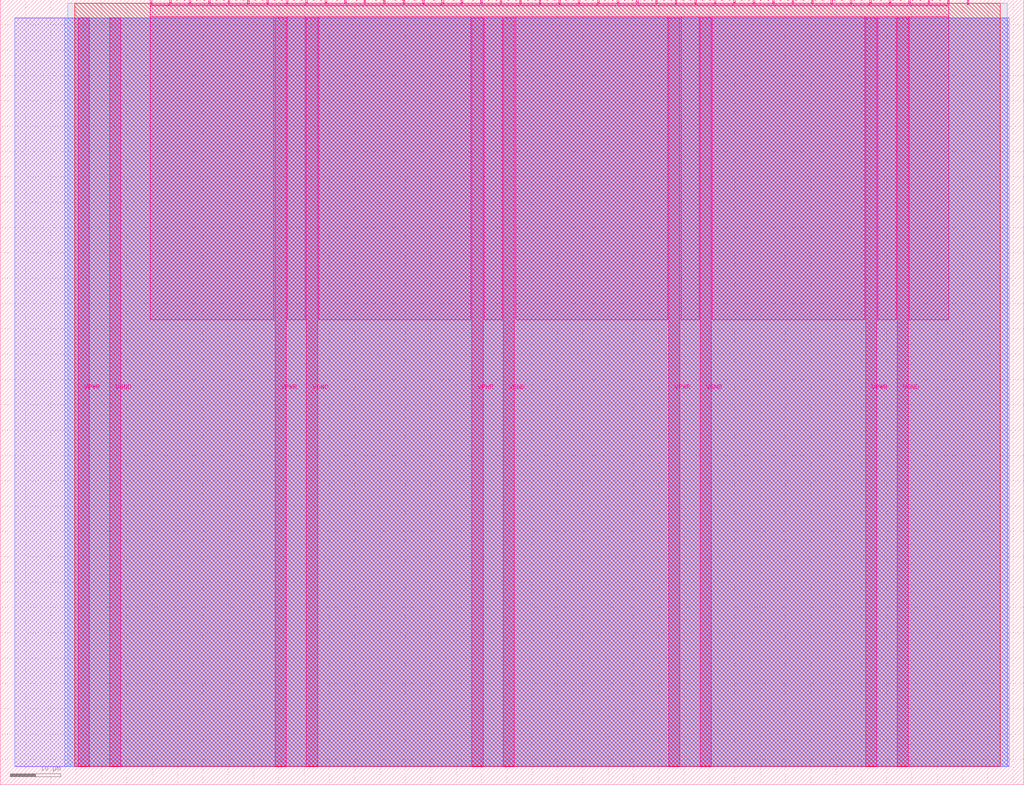
<source format=lef>
VERSION 5.7 ;
  NOWIREEXTENSIONATPIN ON ;
  DIVIDERCHAR "/" ;
  BUSBITCHARS "[]" ;
MACRO tt_um_riscv_mini
  CLASS BLOCK ;
  FOREIGN tt_um_riscv_mini ;
  ORIGIN 0.000 0.000 ;
  SIZE 202.080 BY 154.980 ;
  PIN VGND
    DIRECTION INOUT ;
    USE GROUND ;
    PORT
      LAYER Metal5 ;
        RECT 21.580 3.560 23.780 151.420 ;
    END
    PORT
      LAYER Metal5 ;
        RECT 60.450 3.560 62.650 151.420 ;
    END
    PORT
      LAYER Metal5 ;
        RECT 99.320 3.560 101.520 151.420 ;
    END
    PORT
      LAYER Metal5 ;
        RECT 138.190 3.560 140.390 151.420 ;
    END
    PORT
      LAYER Metal5 ;
        RECT 177.060 3.560 179.260 151.420 ;
    END
  END VGND
  PIN VPWR
    DIRECTION INOUT ;
    USE POWER ;
    PORT
      LAYER Metal5 ;
        RECT 15.380 3.560 17.580 151.420 ;
    END
    PORT
      LAYER Metal5 ;
        RECT 54.250 3.560 56.450 151.420 ;
    END
    PORT
      LAYER Metal5 ;
        RECT 93.120 3.560 95.320 151.420 ;
    END
    PORT
      LAYER Metal5 ;
        RECT 131.990 3.560 134.190 151.420 ;
    END
    PORT
      LAYER Metal5 ;
        RECT 170.860 3.560 173.060 151.420 ;
    END
  END VPWR
  PIN clk
    DIRECTION INPUT ;
    USE SIGNAL ;
    ANTENNAGATEAREA 0.213200 ;
    PORT
      LAYER Metal5 ;
        RECT 187.050 153.980 187.350 154.980 ;
    END
  END clk
  PIN ena
    DIRECTION INPUT ;
    USE SIGNAL ;
    PORT
      LAYER Metal5 ;
        RECT 190.890 153.980 191.190 154.980 ;
    END
  END ena
  PIN rst_n
    DIRECTION INPUT ;
    USE SIGNAL ;
    ANTENNAGATEAREA 0.314600 ;
    PORT
      LAYER Metal5 ;
        RECT 183.210 153.980 183.510 154.980 ;
    END
  END rst_n
  PIN ui_in[0]
    DIRECTION INPUT ;
    USE SIGNAL ;
    ANTENNAGATEAREA 0.213200 ;
    PORT
      LAYER Metal5 ;
        RECT 179.370 153.980 179.670 154.980 ;
    END
  END ui_in[0]
  PIN ui_in[1]
    DIRECTION INPUT ;
    USE SIGNAL ;
    ANTENNAGATEAREA 0.213200 ;
    PORT
      LAYER Metal5 ;
        RECT 175.530 153.980 175.830 154.980 ;
    END
  END ui_in[1]
  PIN ui_in[2]
    DIRECTION INPUT ;
    USE SIGNAL ;
    ANTENNAGATEAREA 0.180700 ;
    PORT
      LAYER Metal5 ;
        RECT 171.690 153.980 171.990 154.980 ;
    END
  END ui_in[2]
  PIN ui_in[3]
    DIRECTION INPUT ;
    USE SIGNAL ;
    ANTENNAGATEAREA 0.180700 ;
    PORT
      LAYER Metal5 ;
        RECT 167.850 153.980 168.150 154.980 ;
    END
  END ui_in[3]
  PIN ui_in[4]
    DIRECTION INPUT ;
    USE SIGNAL ;
    ANTENNAGATEAREA 0.180700 ;
    PORT
      LAYER Metal5 ;
        RECT 164.010 153.980 164.310 154.980 ;
    END
  END ui_in[4]
  PIN ui_in[5]
    DIRECTION INPUT ;
    USE SIGNAL ;
    ANTENNAGATEAREA 0.180700 ;
    PORT
      LAYER Metal5 ;
        RECT 160.170 153.980 160.470 154.980 ;
    END
  END ui_in[5]
  PIN ui_in[6]
    DIRECTION INPUT ;
    USE SIGNAL ;
    ANTENNAGATEAREA 0.180700 ;
    PORT
      LAYER Metal5 ;
        RECT 156.330 153.980 156.630 154.980 ;
    END
  END ui_in[6]
  PIN ui_in[7]
    DIRECTION INPUT ;
    USE SIGNAL ;
    ANTENNAGATEAREA 0.213200 ;
    PORT
      LAYER Metal5 ;
        RECT 152.490 153.980 152.790 154.980 ;
    END
  END ui_in[7]
  PIN uio_in[0]
    DIRECTION INPUT ;
    USE SIGNAL ;
    ANTENNAGATEAREA 0.213200 ;
    PORT
      LAYER Metal5 ;
        RECT 148.650 153.980 148.950 154.980 ;
    END
  END uio_in[0]
  PIN uio_in[1]
    DIRECTION INPUT ;
    USE SIGNAL ;
    ANTENNAGATEAREA 0.393900 ;
    PORT
      LAYER Metal5 ;
        RECT 144.810 153.980 145.110 154.980 ;
    END
  END uio_in[1]
  PIN uio_in[2]
    DIRECTION INPUT ;
    USE SIGNAL ;
    ANTENNAGATEAREA 0.180700 ;
    PORT
      LAYER Metal5 ;
        RECT 140.970 153.980 141.270 154.980 ;
    END
  END uio_in[2]
  PIN uio_in[3]
    DIRECTION INPUT ;
    USE SIGNAL ;
    ANTENNAGATEAREA 0.213200 ;
    PORT
      LAYER Metal5 ;
        RECT 137.130 153.980 137.430 154.980 ;
    END
  END uio_in[3]
  PIN uio_in[4]
    DIRECTION INPUT ;
    USE SIGNAL ;
    ANTENNAGATEAREA 0.213200 ;
    PORT
      LAYER Metal5 ;
        RECT 133.290 153.980 133.590 154.980 ;
    END
  END uio_in[4]
  PIN uio_in[5]
    DIRECTION INPUT ;
    USE SIGNAL ;
    ANTENNAGATEAREA 0.213200 ;
    PORT
      LAYER Metal5 ;
        RECT 129.450 153.980 129.750 154.980 ;
    END
  END uio_in[5]
  PIN uio_in[6]
    DIRECTION INPUT ;
    USE SIGNAL ;
    ANTENNAGATEAREA 0.213200 ;
    PORT
      LAYER Metal5 ;
        RECT 125.610 153.980 125.910 154.980 ;
    END
  END uio_in[6]
  PIN uio_in[7]
    DIRECTION INPUT ;
    USE SIGNAL ;
    ANTENNAGATEAREA 0.180700 ;
    PORT
      LAYER Metal5 ;
        RECT 121.770 153.980 122.070 154.980 ;
    END
  END uio_in[7]
  PIN uio_oe[0]
    DIRECTION OUTPUT ;
    USE SIGNAL ;
    ANTENNADIFFAREA 0.299200 ;
    PORT
      LAYER Metal5 ;
        RECT 56.490 153.980 56.790 154.980 ;
    END
  END uio_oe[0]
  PIN uio_oe[1]
    DIRECTION OUTPUT ;
    USE SIGNAL ;
    ANTENNADIFFAREA 0.299200 ;
    PORT
      LAYER Metal5 ;
        RECT 52.650 153.980 52.950 154.980 ;
    END
  END uio_oe[1]
  PIN uio_oe[2]
    DIRECTION OUTPUT ;
    USE SIGNAL ;
    ANTENNADIFFAREA 0.299200 ;
    PORT
      LAYER Metal5 ;
        RECT 48.810 153.980 49.110 154.980 ;
    END
  END uio_oe[2]
  PIN uio_oe[3]
    DIRECTION OUTPUT ;
    USE SIGNAL ;
    ANTENNADIFFAREA 0.299200 ;
    PORT
      LAYER Metal5 ;
        RECT 44.970 153.980 45.270 154.980 ;
    END
  END uio_oe[3]
  PIN uio_oe[4]
    DIRECTION OUTPUT ;
    USE SIGNAL ;
    ANTENNADIFFAREA 0.299200 ;
    PORT
      LAYER Metal5 ;
        RECT 41.130 153.980 41.430 154.980 ;
    END
  END uio_oe[4]
  PIN uio_oe[5]
    DIRECTION OUTPUT ;
    USE SIGNAL ;
    ANTENNADIFFAREA 0.299200 ;
    PORT
      LAYER Metal5 ;
        RECT 37.290 153.980 37.590 154.980 ;
    END
  END uio_oe[5]
  PIN uio_oe[6]
    DIRECTION OUTPUT ;
    USE SIGNAL ;
    ANTENNADIFFAREA 0.299200 ;
    PORT
      LAYER Metal5 ;
        RECT 33.450 153.980 33.750 154.980 ;
    END
  END uio_oe[6]
  PIN uio_oe[7]
    DIRECTION OUTPUT ;
    USE SIGNAL ;
    ANTENNADIFFAREA 0.299200 ;
    PORT
      LAYER Metal5 ;
        RECT 29.610 153.980 29.910 154.980 ;
    END
  END uio_oe[7]
  PIN uio_out[0]
    DIRECTION OUTPUT ;
    USE SIGNAL ;
    ANTENNADIFFAREA 0.299200 ;
    PORT
      LAYER Metal5 ;
        RECT 87.210 153.980 87.510 154.980 ;
    END
  END uio_out[0]
  PIN uio_out[1]
    DIRECTION OUTPUT ;
    USE SIGNAL ;
    ANTENNADIFFAREA 0.299200 ;
    PORT
      LAYER Metal5 ;
        RECT 83.370 153.980 83.670 154.980 ;
    END
  END uio_out[1]
  PIN uio_out[2]
    DIRECTION OUTPUT ;
    USE SIGNAL ;
    ANTENNADIFFAREA 0.299200 ;
    PORT
      LAYER Metal5 ;
        RECT 79.530 153.980 79.830 154.980 ;
    END
  END uio_out[2]
  PIN uio_out[3]
    DIRECTION OUTPUT ;
    USE SIGNAL ;
    ANTENNADIFFAREA 0.299200 ;
    PORT
      LAYER Metal5 ;
        RECT 75.690 153.980 75.990 154.980 ;
    END
  END uio_out[3]
  PIN uio_out[4]
    DIRECTION OUTPUT ;
    USE SIGNAL ;
    ANTENNADIFFAREA 0.299200 ;
    PORT
      LAYER Metal5 ;
        RECT 71.850 153.980 72.150 154.980 ;
    END
  END uio_out[4]
  PIN uio_out[5]
    DIRECTION OUTPUT ;
    USE SIGNAL ;
    ANTENNADIFFAREA 0.299200 ;
    PORT
      LAYER Metal5 ;
        RECT 68.010 153.980 68.310 154.980 ;
    END
  END uio_out[5]
  PIN uio_out[6]
    DIRECTION OUTPUT ;
    USE SIGNAL ;
    ANTENNADIFFAREA 0.299200 ;
    PORT
      LAYER Metal5 ;
        RECT 64.170 153.980 64.470 154.980 ;
    END
  END uio_out[6]
  PIN uio_out[7]
    DIRECTION OUTPUT ;
    USE SIGNAL ;
    ANTENNADIFFAREA 0.299200 ;
    PORT
      LAYER Metal5 ;
        RECT 60.330 153.980 60.630 154.980 ;
    END
  END uio_out[7]
  PIN uo_out[0]
    DIRECTION OUTPUT ;
    USE SIGNAL ;
    ANTENNADIFFAREA 0.677200 ;
    PORT
      LAYER Metal5 ;
        RECT 117.930 153.980 118.230 154.980 ;
    END
  END uo_out[0]
  PIN uo_out[1]
    DIRECTION OUTPUT ;
    USE SIGNAL ;
    ANTENNADIFFAREA 0.662000 ;
    PORT
      LAYER Metal5 ;
        RECT 114.090 153.980 114.390 154.980 ;
    END
  END uo_out[1]
  PIN uo_out[2]
    DIRECTION OUTPUT ;
    USE SIGNAL ;
    ANTENNADIFFAREA 0.662000 ;
    PORT
      LAYER Metal5 ;
        RECT 110.250 153.980 110.550 154.980 ;
    END
  END uo_out[2]
  PIN uo_out[3]
    DIRECTION OUTPUT ;
    USE SIGNAL ;
    ANTENNADIFFAREA 0.662000 ;
    PORT
      LAYER Metal5 ;
        RECT 106.410 153.980 106.710 154.980 ;
    END
  END uo_out[3]
  PIN uo_out[4]
    DIRECTION OUTPUT ;
    USE SIGNAL ;
    ANTENNADIFFAREA 0.988000 ;
    PORT
      LAYER Metal5 ;
        RECT 102.570 153.980 102.870 154.980 ;
    END
  END uo_out[4]
  PIN uo_out[5]
    DIRECTION OUTPUT ;
    USE SIGNAL ;
    ANTENNADIFFAREA 0.988000 ;
    PORT
      LAYER Metal5 ;
        RECT 98.730 153.980 99.030 154.980 ;
    END
  END uo_out[5]
  PIN uo_out[6]
    DIRECTION OUTPUT ;
    USE SIGNAL ;
    ANTENNADIFFAREA 0.988000 ;
    PORT
      LAYER Metal5 ;
        RECT 94.890 153.980 95.190 154.980 ;
    END
  END uo_out[6]
  PIN uo_out[7]
    DIRECTION OUTPUT ;
    USE SIGNAL ;
    ANTENNADIFFAREA 0.662000 ;
    PORT
      LAYER Metal5 ;
        RECT 91.050 153.980 91.350 154.980 ;
    END
  END uo_out[7]
  OBS
      LAYER GatPoly ;
        RECT 2.880 3.630 199.200 151.350 ;
      LAYER Metal1 ;
        RECT 2.880 3.560 199.200 151.420 ;
      LAYER Metal2 ;
        RECT 12.685 3.680 198.865 151.300 ;
      LAYER Metal3 ;
        RECT 13.340 3.635 198.820 154.285 ;
      LAYER Metal4 ;
        RECT 14.735 3.680 197.425 154.240 ;
      LAYER Metal5 ;
        RECT 30.120 153.770 33.240 153.980 ;
        RECT 33.960 153.770 37.080 153.980 ;
        RECT 37.800 153.770 40.920 153.980 ;
        RECT 41.640 153.770 44.760 153.980 ;
        RECT 45.480 153.770 48.600 153.980 ;
        RECT 49.320 153.770 52.440 153.980 ;
        RECT 53.160 153.770 56.280 153.980 ;
        RECT 57.000 153.770 60.120 153.980 ;
        RECT 60.840 153.770 63.960 153.980 ;
        RECT 64.680 153.770 67.800 153.980 ;
        RECT 68.520 153.770 71.640 153.980 ;
        RECT 72.360 153.770 75.480 153.980 ;
        RECT 76.200 153.770 79.320 153.980 ;
        RECT 80.040 153.770 83.160 153.980 ;
        RECT 83.880 153.770 87.000 153.980 ;
        RECT 87.720 153.770 90.840 153.980 ;
        RECT 91.560 153.770 94.680 153.980 ;
        RECT 95.400 153.770 98.520 153.980 ;
        RECT 99.240 153.770 102.360 153.980 ;
        RECT 103.080 153.770 106.200 153.980 ;
        RECT 106.920 153.770 110.040 153.980 ;
        RECT 110.760 153.770 113.880 153.980 ;
        RECT 114.600 153.770 117.720 153.980 ;
        RECT 118.440 153.770 121.560 153.980 ;
        RECT 122.280 153.770 125.400 153.980 ;
        RECT 126.120 153.770 129.240 153.980 ;
        RECT 129.960 153.770 133.080 153.980 ;
        RECT 133.800 153.770 136.920 153.980 ;
        RECT 137.640 153.770 140.760 153.980 ;
        RECT 141.480 153.770 144.600 153.980 ;
        RECT 145.320 153.770 148.440 153.980 ;
        RECT 149.160 153.770 152.280 153.980 ;
        RECT 153.000 153.770 156.120 153.980 ;
        RECT 156.840 153.770 159.960 153.980 ;
        RECT 160.680 153.770 163.800 153.980 ;
        RECT 164.520 153.770 167.640 153.980 ;
        RECT 168.360 153.770 171.480 153.980 ;
        RECT 172.200 153.770 175.320 153.980 ;
        RECT 176.040 153.770 179.160 153.980 ;
        RECT 179.880 153.770 183.000 153.980 ;
        RECT 183.720 153.770 186.840 153.980 ;
        RECT 29.660 151.630 187.300 153.770 ;
        RECT 29.660 91.835 54.040 151.630 ;
        RECT 56.660 91.835 60.240 151.630 ;
        RECT 62.860 91.835 92.910 151.630 ;
        RECT 95.530 91.835 99.110 151.630 ;
        RECT 101.730 91.835 131.780 151.630 ;
        RECT 134.400 91.835 137.980 151.630 ;
        RECT 140.600 91.835 170.650 151.630 ;
        RECT 173.270 91.835 176.850 151.630 ;
        RECT 179.470 91.835 187.300 151.630 ;
  END
END tt_um_riscv_mini
END LIBRARY


</source>
